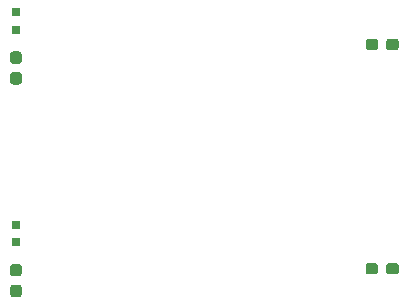
<source format=gbr>
G04 #@! TF.GenerationSoftware,KiCad,Pcbnew,5.0.2+dfsg1-1*
G04 #@! TF.CreationDate,2021-07-01T00:07:39-05:00*
G04 #@! TF.ProjectId,backplane,6261636b-706c-4616-9e65-2e6b69636164,rev?*
G04 #@! TF.SameCoordinates,Original*
G04 #@! TF.FileFunction,Paste,Top*
G04 #@! TF.FilePolarity,Positive*
%FSLAX46Y46*%
G04 Gerber Fmt 4.6, Leading zero omitted, Abs format (unit mm)*
G04 Created by KiCad (PCBNEW 5.0.2+dfsg1-1) date Thu 01 Jul 2021 12:07:39 AM CDT*
%MOMM*%
%LPD*%
G01*
G04 APERTURE LIST*
%ADD10R,0.800000X0.800000*%
%ADD11C,0.100000*%
%ADD12C,0.950000*%
G04 APERTURE END LIST*
D10*
G04 #@! TO.C,D2*
X123000000Y-59250000D03*
X123000000Y-60750000D03*
G04 #@! TD*
G04 #@! TO.C,D4*
X123000000Y-78750000D03*
X123000000Y-77250000D03*
G04 #@! TD*
D11*
G04 #@! TO.C,R2*
G36*
X123260779Y-64351144D02*
X123283834Y-64354563D01*
X123306443Y-64360227D01*
X123328387Y-64368079D01*
X123349457Y-64378044D01*
X123369448Y-64390026D01*
X123388168Y-64403910D01*
X123405438Y-64419562D01*
X123421090Y-64436832D01*
X123434974Y-64455552D01*
X123446956Y-64475543D01*
X123456921Y-64496613D01*
X123464773Y-64518557D01*
X123470437Y-64541166D01*
X123473856Y-64564221D01*
X123475000Y-64587500D01*
X123475000Y-65162500D01*
X123473856Y-65185779D01*
X123470437Y-65208834D01*
X123464773Y-65231443D01*
X123456921Y-65253387D01*
X123446956Y-65274457D01*
X123434974Y-65294448D01*
X123421090Y-65313168D01*
X123405438Y-65330438D01*
X123388168Y-65346090D01*
X123369448Y-65359974D01*
X123349457Y-65371956D01*
X123328387Y-65381921D01*
X123306443Y-65389773D01*
X123283834Y-65395437D01*
X123260779Y-65398856D01*
X123237500Y-65400000D01*
X122762500Y-65400000D01*
X122739221Y-65398856D01*
X122716166Y-65395437D01*
X122693557Y-65389773D01*
X122671613Y-65381921D01*
X122650543Y-65371956D01*
X122630552Y-65359974D01*
X122611832Y-65346090D01*
X122594562Y-65330438D01*
X122578910Y-65313168D01*
X122565026Y-65294448D01*
X122553044Y-65274457D01*
X122543079Y-65253387D01*
X122535227Y-65231443D01*
X122529563Y-65208834D01*
X122526144Y-65185779D01*
X122525000Y-65162500D01*
X122525000Y-64587500D01*
X122526144Y-64564221D01*
X122529563Y-64541166D01*
X122535227Y-64518557D01*
X122543079Y-64496613D01*
X122553044Y-64475543D01*
X122565026Y-64455552D01*
X122578910Y-64436832D01*
X122594562Y-64419562D01*
X122611832Y-64403910D01*
X122630552Y-64390026D01*
X122650543Y-64378044D01*
X122671613Y-64368079D01*
X122693557Y-64360227D01*
X122716166Y-64354563D01*
X122739221Y-64351144D01*
X122762500Y-64350000D01*
X123237500Y-64350000D01*
X123260779Y-64351144D01*
X123260779Y-64351144D01*
G37*
D12*
X123000000Y-64875000D03*
D11*
G36*
X123260779Y-62601144D02*
X123283834Y-62604563D01*
X123306443Y-62610227D01*
X123328387Y-62618079D01*
X123349457Y-62628044D01*
X123369448Y-62640026D01*
X123388168Y-62653910D01*
X123405438Y-62669562D01*
X123421090Y-62686832D01*
X123434974Y-62705552D01*
X123446956Y-62725543D01*
X123456921Y-62746613D01*
X123464773Y-62768557D01*
X123470437Y-62791166D01*
X123473856Y-62814221D01*
X123475000Y-62837500D01*
X123475000Y-63412500D01*
X123473856Y-63435779D01*
X123470437Y-63458834D01*
X123464773Y-63481443D01*
X123456921Y-63503387D01*
X123446956Y-63524457D01*
X123434974Y-63544448D01*
X123421090Y-63563168D01*
X123405438Y-63580438D01*
X123388168Y-63596090D01*
X123369448Y-63609974D01*
X123349457Y-63621956D01*
X123328387Y-63631921D01*
X123306443Y-63639773D01*
X123283834Y-63645437D01*
X123260779Y-63648856D01*
X123237500Y-63650000D01*
X122762500Y-63650000D01*
X122739221Y-63648856D01*
X122716166Y-63645437D01*
X122693557Y-63639773D01*
X122671613Y-63631921D01*
X122650543Y-63621956D01*
X122630552Y-63609974D01*
X122611832Y-63596090D01*
X122594562Y-63580438D01*
X122578910Y-63563168D01*
X122565026Y-63544448D01*
X122553044Y-63524457D01*
X122543079Y-63503387D01*
X122535227Y-63481443D01*
X122529563Y-63458834D01*
X122526144Y-63435779D01*
X122525000Y-63412500D01*
X122525000Y-62837500D01*
X122526144Y-62814221D01*
X122529563Y-62791166D01*
X122535227Y-62768557D01*
X122543079Y-62746613D01*
X122553044Y-62725543D01*
X122565026Y-62705552D01*
X122578910Y-62686832D01*
X122594562Y-62669562D01*
X122611832Y-62653910D01*
X122630552Y-62640026D01*
X122650543Y-62628044D01*
X122671613Y-62618079D01*
X122693557Y-62610227D01*
X122716166Y-62604563D01*
X122739221Y-62601144D01*
X122762500Y-62600000D01*
X123237500Y-62600000D01*
X123260779Y-62601144D01*
X123260779Y-62601144D01*
G37*
D12*
X123000000Y-63125000D03*
G04 #@! TD*
D11*
G04 #@! TO.C,R3*
G36*
X155185779Y-61526144D02*
X155208834Y-61529563D01*
X155231443Y-61535227D01*
X155253387Y-61543079D01*
X155274457Y-61553044D01*
X155294448Y-61565026D01*
X155313168Y-61578910D01*
X155330438Y-61594562D01*
X155346090Y-61611832D01*
X155359974Y-61630552D01*
X155371956Y-61650543D01*
X155381921Y-61671613D01*
X155389773Y-61693557D01*
X155395437Y-61716166D01*
X155398856Y-61739221D01*
X155400000Y-61762500D01*
X155400000Y-62237500D01*
X155398856Y-62260779D01*
X155395437Y-62283834D01*
X155389773Y-62306443D01*
X155381921Y-62328387D01*
X155371956Y-62349457D01*
X155359974Y-62369448D01*
X155346090Y-62388168D01*
X155330438Y-62405438D01*
X155313168Y-62421090D01*
X155294448Y-62434974D01*
X155274457Y-62446956D01*
X155253387Y-62456921D01*
X155231443Y-62464773D01*
X155208834Y-62470437D01*
X155185779Y-62473856D01*
X155162500Y-62475000D01*
X154587500Y-62475000D01*
X154564221Y-62473856D01*
X154541166Y-62470437D01*
X154518557Y-62464773D01*
X154496613Y-62456921D01*
X154475543Y-62446956D01*
X154455552Y-62434974D01*
X154436832Y-62421090D01*
X154419562Y-62405438D01*
X154403910Y-62388168D01*
X154390026Y-62369448D01*
X154378044Y-62349457D01*
X154368079Y-62328387D01*
X154360227Y-62306443D01*
X154354563Y-62283834D01*
X154351144Y-62260779D01*
X154350000Y-62237500D01*
X154350000Y-61762500D01*
X154351144Y-61739221D01*
X154354563Y-61716166D01*
X154360227Y-61693557D01*
X154368079Y-61671613D01*
X154378044Y-61650543D01*
X154390026Y-61630552D01*
X154403910Y-61611832D01*
X154419562Y-61594562D01*
X154436832Y-61578910D01*
X154455552Y-61565026D01*
X154475543Y-61553044D01*
X154496613Y-61543079D01*
X154518557Y-61535227D01*
X154541166Y-61529563D01*
X154564221Y-61526144D01*
X154587500Y-61525000D01*
X155162500Y-61525000D01*
X155185779Y-61526144D01*
X155185779Y-61526144D01*
G37*
D12*
X154875000Y-62000000D03*
D11*
G36*
X153435779Y-61526144D02*
X153458834Y-61529563D01*
X153481443Y-61535227D01*
X153503387Y-61543079D01*
X153524457Y-61553044D01*
X153544448Y-61565026D01*
X153563168Y-61578910D01*
X153580438Y-61594562D01*
X153596090Y-61611832D01*
X153609974Y-61630552D01*
X153621956Y-61650543D01*
X153631921Y-61671613D01*
X153639773Y-61693557D01*
X153645437Y-61716166D01*
X153648856Y-61739221D01*
X153650000Y-61762500D01*
X153650000Y-62237500D01*
X153648856Y-62260779D01*
X153645437Y-62283834D01*
X153639773Y-62306443D01*
X153631921Y-62328387D01*
X153621956Y-62349457D01*
X153609974Y-62369448D01*
X153596090Y-62388168D01*
X153580438Y-62405438D01*
X153563168Y-62421090D01*
X153544448Y-62434974D01*
X153524457Y-62446956D01*
X153503387Y-62456921D01*
X153481443Y-62464773D01*
X153458834Y-62470437D01*
X153435779Y-62473856D01*
X153412500Y-62475000D01*
X152837500Y-62475000D01*
X152814221Y-62473856D01*
X152791166Y-62470437D01*
X152768557Y-62464773D01*
X152746613Y-62456921D01*
X152725543Y-62446956D01*
X152705552Y-62434974D01*
X152686832Y-62421090D01*
X152669562Y-62405438D01*
X152653910Y-62388168D01*
X152640026Y-62369448D01*
X152628044Y-62349457D01*
X152618079Y-62328387D01*
X152610227Y-62306443D01*
X152604563Y-62283834D01*
X152601144Y-62260779D01*
X152600000Y-62237500D01*
X152600000Y-61762500D01*
X152601144Y-61739221D01*
X152604563Y-61716166D01*
X152610227Y-61693557D01*
X152618079Y-61671613D01*
X152628044Y-61650543D01*
X152640026Y-61630552D01*
X152653910Y-61611832D01*
X152669562Y-61594562D01*
X152686832Y-61578910D01*
X152705552Y-61565026D01*
X152725543Y-61553044D01*
X152746613Y-61543079D01*
X152768557Y-61535227D01*
X152791166Y-61529563D01*
X152814221Y-61526144D01*
X152837500Y-61525000D01*
X153412500Y-61525000D01*
X153435779Y-61526144D01*
X153435779Y-61526144D01*
G37*
D12*
X153125000Y-62000000D03*
G04 #@! TD*
D11*
G04 #@! TO.C,R4*
G36*
X123260779Y-80601144D02*
X123283834Y-80604563D01*
X123306443Y-80610227D01*
X123328387Y-80618079D01*
X123349457Y-80628044D01*
X123369448Y-80640026D01*
X123388168Y-80653910D01*
X123405438Y-80669562D01*
X123421090Y-80686832D01*
X123434974Y-80705552D01*
X123446956Y-80725543D01*
X123456921Y-80746613D01*
X123464773Y-80768557D01*
X123470437Y-80791166D01*
X123473856Y-80814221D01*
X123475000Y-80837500D01*
X123475000Y-81412500D01*
X123473856Y-81435779D01*
X123470437Y-81458834D01*
X123464773Y-81481443D01*
X123456921Y-81503387D01*
X123446956Y-81524457D01*
X123434974Y-81544448D01*
X123421090Y-81563168D01*
X123405438Y-81580438D01*
X123388168Y-81596090D01*
X123369448Y-81609974D01*
X123349457Y-81621956D01*
X123328387Y-81631921D01*
X123306443Y-81639773D01*
X123283834Y-81645437D01*
X123260779Y-81648856D01*
X123237500Y-81650000D01*
X122762500Y-81650000D01*
X122739221Y-81648856D01*
X122716166Y-81645437D01*
X122693557Y-81639773D01*
X122671613Y-81631921D01*
X122650543Y-81621956D01*
X122630552Y-81609974D01*
X122611832Y-81596090D01*
X122594562Y-81580438D01*
X122578910Y-81563168D01*
X122565026Y-81544448D01*
X122553044Y-81524457D01*
X122543079Y-81503387D01*
X122535227Y-81481443D01*
X122529563Y-81458834D01*
X122526144Y-81435779D01*
X122525000Y-81412500D01*
X122525000Y-80837500D01*
X122526144Y-80814221D01*
X122529563Y-80791166D01*
X122535227Y-80768557D01*
X122543079Y-80746613D01*
X122553044Y-80725543D01*
X122565026Y-80705552D01*
X122578910Y-80686832D01*
X122594562Y-80669562D01*
X122611832Y-80653910D01*
X122630552Y-80640026D01*
X122650543Y-80628044D01*
X122671613Y-80618079D01*
X122693557Y-80610227D01*
X122716166Y-80604563D01*
X122739221Y-80601144D01*
X122762500Y-80600000D01*
X123237500Y-80600000D01*
X123260779Y-80601144D01*
X123260779Y-80601144D01*
G37*
D12*
X123000000Y-81125000D03*
D11*
G36*
X123260779Y-82351144D02*
X123283834Y-82354563D01*
X123306443Y-82360227D01*
X123328387Y-82368079D01*
X123349457Y-82378044D01*
X123369448Y-82390026D01*
X123388168Y-82403910D01*
X123405438Y-82419562D01*
X123421090Y-82436832D01*
X123434974Y-82455552D01*
X123446956Y-82475543D01*
X123456921Y-82496613D01*
X123464773Y-82518557D01*
X123470437Y-82541166D01*
X123473856Y-82564221D01*
X123475000Y-82587500D01*
X123475000Y-83162500D01*
X123473856Y-83185779D01*
X123470437Y-83208834D01*
X123464773Y-83231443D01*
X123456921Y-83253387D01*
X123446956Y-83274457D01*
X123434974Y-83294448D01*
X123421090Y-83313168D01*
X123405438Y-83330438D01*
X123388168Y-83346090D01*
X123369448Y-83359974D01*
X123349457Y-83371956D01*
X123328387Y-83381921D01*
X123306443Y-83389773D01*
X123283834Y-83395437D01*
X123260779Y-83398856D01*
X123237500Y-83400000D01*
X122762500Y-83400000D01*
X122739221Y-83398856D01*
X122716166Y-83395437D01*
X122693557Y-83389773D01*
X122671613Y-83381921D01*
X122650543Y-83371956D01*
X122630552Y-83359974D01*
X122611832Y-83346090D01*
X122594562Y-83330438D01*
X122578910Y-83313168D01*
X122565026Y-83294448D01*
X122553044Y-83274457D01*
X122543079Y-83253387D01*
X122535227Y-83231443D01*
X122529563Y-83208834D01*
X122526144Y-83185779D01*
X122525000Y-83162500D01*
X122525000Y-82587500D01*
X122526144Y-82564221D01*
X122529563Y-82541166D01*
X122535227Y-82518557D01*
X122543079Y-82496613D01*
X122553044Y-82475543D01*
X122565026Y-82455552D01*
X122578910Y-82436832D01*
X122594562Y-82419562D01*
X122611832Y-82403910D01*
X122630552Y-82390026D01*
X122650543Y-82378044D01*
X122671613Y-82368079D01*
X122693557Y-82360227D01*
X122716166Y-82354563D01*
X122739221Y-82351144D01*
X122762500Y-82350000D01*
X123237500Y-82350000D01*
X123260779Y-82351144D01*
X123260779Y-82351144D01*
G37*
D12*
X123000000Y-82875000D03*
G04 #@! TD*
D11*
G04 #@! TO.C,R5*
G36*
X153435779Y-80526144D02*
X153458834Y-80529563D01*
X153481443Y-80535227D01*
X153503387Y-80543079D01*
X153524457Y-80553044D01*
X153544448Y-80565026D01*
X153563168Y-80578910D01*
X153580438Y-80594562D01*
X153596090Y-80611832D01*
X153609974Y-80630552D01*
X153621956Y-80650543D01*
X153631921Y-80671613D01*
X153639773Y-80693557D01*
X153645437Y-80716166D01*
X153648856Y-80739221D01*
X153650000Y-80762500D01*
X153650000Y-81237500D01*
X153648856Y-81260779D01*
X153645437Y-81283834D01*
X153639773Y-81306443D01*
X153631921Y-81328387D01*
X153621956Y-81349457D01*
X153609974Y-81369448D01*
X153596090Y-81388168D01*
X153580438Y-81405438D01*
X153563168Y-81421090D01*
X153544448Y-81434974D01*
X153524457Y-81446956D01*
X153503387Y-81456921D01*
X153481443Y-81464773D01*
X153458834Y-81470437D01*
X153435779Y-81473856D01*
X153412500Y-81475000D01*
X152837500Y-81475000D01*
X152814221Y-81473856D01*
X152791166Y-81470437D01*
X152768557Y-81464773D01*
X152746613Y-81456921D01*
X152725543Y-81446956D01*
X152705552Y-81434974D01*
X152686832Y-81421090D01*
X152669562Y-81405438D01*
X152653910Y-81388168D01*
X152640026Y-81369448D01*
X152628044Y-81349457D01*
X152618079Y-81328387D01*
X152610227Y-81306443D01*
X152604563Y-81283834D01*
X152601144Y-81260779D01*
X152600000Y-81237500D01*
X152600000Y-80762500D01*
X152601144Y-80739221D01*
X152604563Y-80716166D01*
X152610227Y-80693557D01*
X152618079Y-80671613D01*
X152628044Y-80650543D01*
X152640026Y-80630552D01*
X152653910Y-80611832D01*
X152669562Y-80594562D01*
X152686832Y-80578910D01*
X152705552Y-80565026D01*
X152725543Y-80553044D01*
X152746613Y-80543079D01*
X152768557Y-80535227D01*
X152791166Y-80529563D01*
X152814221Y-80526144D01*
X152837500Y-80525000D01*
X153412500Y-80525000D01*
X153435779Y-80526144D01*
X153435779Y-80526144D01*
G37*
D12*
X153125000Y-81000000D03*
D11*
G36*
X155185779Y-80526144D02*
X155208834Y-80529563D01*
X155231443Y-80535227D01*
X155253387Y-80543079D01*
X155274457Y-80553044D01*
X155294448Y-80565026D01*
X155313168Y-80578910D01*
X155330438Y-80594562D01*
X155346090Y-80611832D01*
X155359974Y-80630552D01*
X155371956Y-80650543D01*
X155381921Y-80671613D01*
X155389773Y-80693557D01*
X155395437Y-80716166D01*
X155398856Y-80739221D01*
X155400000Y-80762500D01*
X155400000Y-81237500D01*
X155398856Y-81260779D01*
X155395437Y-81283834D01*
X155389773Y-81306443D01*
X155381921Y-81328387D01*
X155371956Y-81349457D01*
X155359974Y-81369448D01*
X155346090Y-81388168D01*
X155330438Y-81405438D01*
X155313168Y-81421090D01*
X155294448Y-81434974D01*
X155274457Y-81446956D01*
X155253387Y-81456921D01*
X155231443Y-81464773D01*
X155208834Y-81470437D01*
X155185779Y-81473856D01*
X155162500Y-81475000D01*
X154587500Y-81475000D01*
X154564221Y-81473856D01*
X154541166Y-81470437D01*
X154518557Y-81464773D01*
X154496613Y-81456921D01*
X154475543Y-81446956D01*
X154455552Y-81434974D01*
X154436832Y-81421090D01*
X154419562Y-81405438D01*
X154403910Y-81388168D01*
X154390026Y-81369448D01*
X154378044Y-81349457D01*
X154368079Y-81328387D01*
X154360227Y-81306443D01*
X154354563Y-81283834D01*
X154351144Y-81260779D01*
X154350000Y-81237500D01*
X154350000Y-80762500D01*
X154351144Y-80739221D01*
X154354563Y-80716166D01*
X154360227Y-80693557D01*
X154368079Y-80671613D01*
X154378044Y-80650543D01*
X154390026Y-80630552D01*
X154403910Y-80611832D01*
X154419562Y-80594562D01*
X154436832Y-80578910D01*
X154455552Y-80565026D01*
X154475543Y-80553044D01*
X154496613Y-80543079D01*
X154518557Y-80535227D01*
X154541166Y-80529563D01*
X154564221Y-80526144D01*
X154587500Y-80525000D01*
X155162500Y-80525000D01*
X155185779Y-80526144D01*
X155185779Y-80526144D01*
G37*
D12*
X154875000Y-81000000D03*
G04 #@! TD*
M02*

</source>
